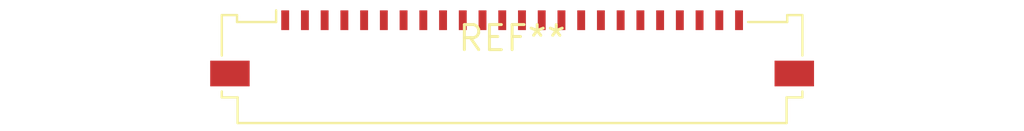
<source format=kicad_pcb>
(kicad_pcb (version 20240108) (generator pcbnew)
  (layers (0 "F.Cu" signal) (31 "B.Cu" signal) (34 "B.Paste" user) (35 "F.Paste" user) (36 "B.SilkS" user "B.Silkscreen") (37 "F.SilkS" user "F.Silkscreen") (38 "B.Mask" user) (39 "F.Mask" user) (44 "Edge.Cuts" user))
  (net 0 "")
  (footprint "Molex_200528-0240_1x24-1MP_P1.00mm_Horizontal" (layer "F.Cu") (at 0 0)
    (property "Reference" "REF**")
    (property "Value" "Molex_200528-0240_1x24-1MP_P1.00mm_Horizontal")
    (fp_line (start -14.71 -1.17) (end -14.71 0.88) (layer "F.SilkS") (stroke (width 0.12)))
    (fp_line (start -14.71 2.7) (end -14.71 3) (layer "F.SilkS") (stroke (width 0.12)))
    (fp_line (start -14.71 3) (end -13.91 3) (layer "F.SilkS") (stroke (width 0.12)))
    (fp_line (start -13.94 -1.17) (end -14.71 -1.17) (layer "F.SilkS") (stroke (width 0.12)))
    (fp_line (start -13.94 -0.82) (end -13.94 -1.17) (layer "F.SilkS") (stroke (width 0.12)))
    (fp_line (start -13.91 3) (end -13.91 4.3) (layer "F.SilkS") (stroke (width 0.12)))
    (fp_line (start -13.91 4.3) (end 13.91 4.3) (layer "F.SilkS") (stroke (width 0.12)))
    (fp_line (start -11.96 -1.41) (end -11.96 -0.82) (layer "F.SilkS") (stroke (width 0.12)))
    (fp_line (start -11.96 -0.82) (end -13.94 -0.82) (layer "F.SilkS") (stroke (width 0.12)))
    (fp_line (start 13.91 3) (end 14.71 3) (layer "F.SilkS") (stroke (width 0.12)))
    (fp_line (start 13.91 4.3) (end 13.91 3) (layer "F.SilkS") (stroke (width 0.12)))
    (fp_line (start 13.94 -1.17) (end 13.94 -0.82) (layer "F.SilkS") (stroke (width 0.12)))
    (fp_line (start 13.94 -0.82) (end 11.96 -0.82) (layer "F.SilkS") (stroke (width 0.12)))
    (fp_line (start 14.71 -1.17) (end 13.94 -1.17) (layer "F.SilkS") (stroke (width 0.12)))
    (fp_line (start 14.71 0.88) (end 14.71 -1.17) (layer "F.SilkS") (stroke (width 0.12)))
    (fp_line (start 14.71 3) (end 14.71 2.7) (layer "F.SilkS") (stroke (width 0.12)))
    (pad "1" smd rect (at -11.5 -0.91) (size 0.4 1) (layers "F.Cu" "F.Paste" "F.Mask"))
    (pad "2" smd rect (at -10.5 -0.91) (size 0.4 1) (layers "F.Cu" "F.Paste" "F.Mask"))
    (pad "3" smd rect (at -9.5 -0.91) (size 0.4 1) (layers "F.Cu" "F.Paste" "F.Mask"))
    (pad "4" smd rect (at -8.5 -0.91) (size 0.4 1) (layers "F.Cu" "F.Paste" "F.Mask"))
    (pad "5" smd rect (at -7.5 -0.91) (size 0.4 1) (layers "F.Cu" "F.Paste" "F.Mask"))
    (pad "6" smd rect (at -6.5 -0.91) (size 0.4 1) (layers "F.Cu" "F.Paste" "F.Mask"))
    (pad "7" smd rect (at -5.5 -0.91) (size 0.4 1) (layers "F.Cu" "F.Paste" "F.Mask"))
    (pad "8" smd rect (at -4.5 -0.91) (size 0.4 1) (layers "F.Cu" "F.Paste" "F.Mask"))
    (pad "9" smd rect (at -3.5 -0.91) (size 0.4 1) (layers "F.Cu" "F.Paste" "F.Mask"))
    (pad "10" smd rect (at -2.5 -0.91) (size 0.4 1) (layers "F.Cu" "F.Paste" "F.Mask"))
    (pad "11" smd rect (at -1.5 -0.91) (size 0.4 1) (layers "F.Cu" "F.Paste" "F.Mask"))
    (pad "12" smd rect (at -0.5 -0.91) (size 0.4 1) (layers "F.Cu" "F.Paste" "F.Mask"))
    (pad "13" smd rect (at 0.5 -0.91) (size 0.4 1) (layers "F.Cu" "F.Paste" "F.Mask"))
    (pad "14" smd rect (at 1.5 -0.91) (size 0.4 1) (layers "F.Cu" "F.Paste" "F.Mask"))
    (pad "15" smd rect (at 2.5 -0.91) (size 0.4 1) (layers "F.Cu" "F.Paste" "F.Mask"))
    (pad "16" smd rect (at 3.5 -0.91) (size 0.4 1) (layers "F.Cu" "F.Paste" "F.Mask"))
    (pad "17" smd rect (at 4.5 -0.91) (size 0.4 1) (layers "F.Cu" "F.Paste" "F.Mask"))
    (pad "18" smd rect (at 5.5 -0.91) (size 0.4 1) (layers "F.Cu" "F.Paste" "F.Mask"))
    (pad "19" smd rect (at 6.5 -0.91) (size 0.4 1) (layers "F.Cu" "F.Paste" "F.Mask"))
    (pad "20" smd rect (at 7.5 -0.91) (size 0.4 1) (layers "F.Cu" "F.Paste" "F.Mask"))
    (pad "21" smd rect (at 8.5 -0.91) (size 0.4 1) (layers "F.Cu" "F.Paste" "F.Mask"))
    (pad "22" smd rect (at 9.5 -0.91) (size 0.4 1) (layers "F.Cu" "F.Paste" "F.Mask"))
    (pad "23" smd rect (at 10.5 -0.91) (size 0.4 1) (layers "F.Cu" "F.Paste" "F.Mask"))
    (pad "24" smd rect (at 11.5 -0.91) (size 0.4 1) (layers "F.Cu" "F.Paste" "F.Mask"))
    (pad "MP" smd rect (at -14.3 1.79) (size 2 1.3) (layers "F.Cu" "F.Paste" "F.Mask"))
    (pad "MP" smd rect (at 14.3 1.79) (size 2 1.3) (layers "F.Cu" "F.Paste" "F.Mask"))
  )
)
</source>
